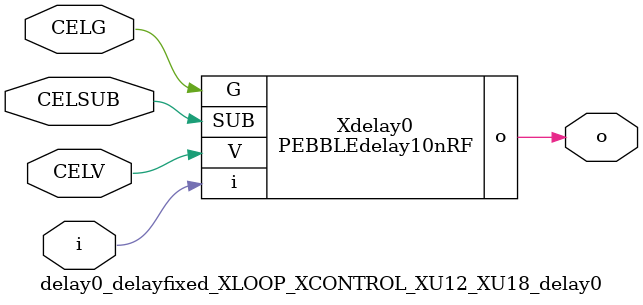
<source format=v>



module PEBBLEdelay10nRF ( o, V, G, i, SUB );

  input V;
  input i;
  input G;
  output o;
  input SUB;
endmodule

//Celera Confidential Do Not Copy delay0_delayfixed_XLOOP_XCONTROL_XU12_XU18_delay0
//TYPE: fixed 10ns
module delay0_delayfixed_XLOOP_XCONTROL_XU12_XU18_delay0 (i, CELV, o,
CELG,CELSUB);
input CELV;
input i;
output o;
input CELSUB;
input CELG;

//Celera Confidential Do Not Copy delayfast0
PEBBLEdelay10nRF Xdelay0(
.V (CELV),
.i (i),
.o (o),
.G (CELG),
.SUB (CELSUB)
);
//,diesize,PEBBLEdelay10nRF

//Celera Confidential Do Not Copy Module End
//Celera Schematic Generator
endmodule

</source>
